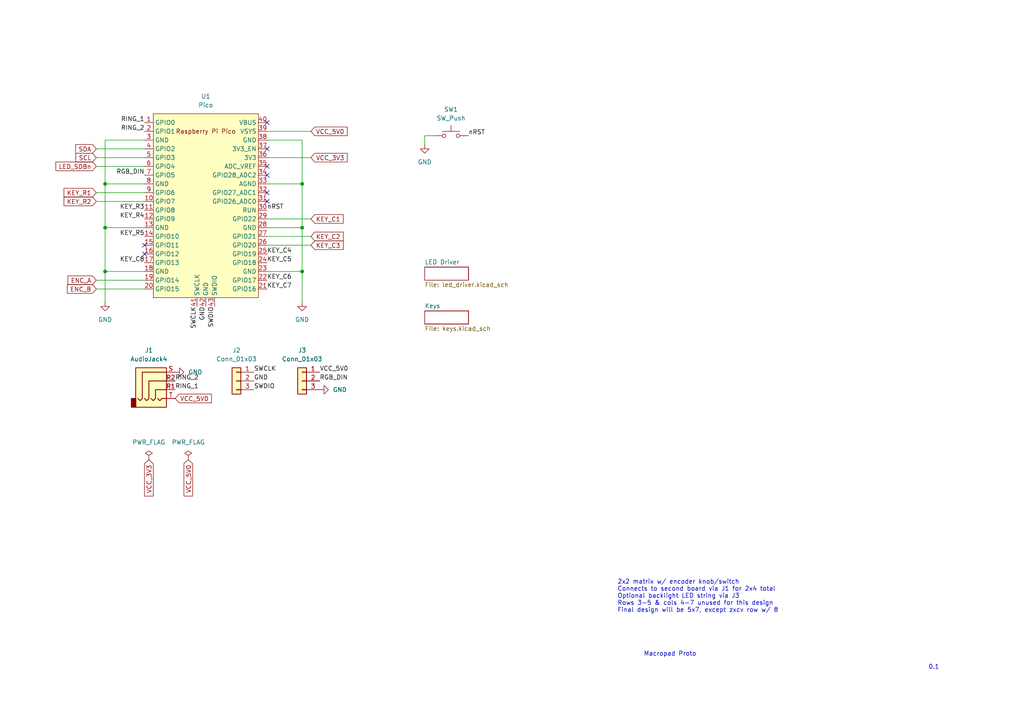
<source format=kicad_sch>
(kicad_sch (version 20211123) (generator eeschema)
  (paper "A4")
  (lib_symbols
    (symbol "Connector:AudioJack4"
      (property "Reference" "J" (at 0 8.89 0))
      (property "Value" "AudioJack4" (at 0 6.35 0))
      (symbol "AudioJack4_0_1"
        (rectangle (start -6.35 -5.08) (end -7.62 -7.62) (stroke (width 0.254)) (fill (type outline)))
        (polyline (pts (xy 0 -5.08) (xy 0.635 -5.715) (xy 1.27 -5.08) (xy 2.54 -5.08)) (stroke (width 0.254)))
        (polyline (pts (xy -5.715 -5.08) (xy -5.08 -5.715) (xy -4.445 -5.08) (xy -4.445 2.54) (xy 2.54 2.54)) (stroke (width 0.254)))
        (polyline (pts (xy -1.905 -5.08) (xy -1.27 -5.715) (xy -0.635 -5.08) (xy -0.635 -2.54) (xy 2.54 -2.54)) (stroke (width 0.254)))
        (polyline (pts (xy 2.54 0) (xy -2.54 0) (xy -2.54 -5.08) (xy -3.175 -5.715) (xy -3.81 -5.08)) (stroke (width 0.254)))
        (rectangle (start 2.54 3.81) (end -6.35 -7.62) (stroke (width 0.254)) (fill (type background)))
      )
      (symbol "AudioJack4_1_1"
        (pin passive line (at 5.08 -2.54 180) (length 2.54) (name "~") (number "R1"))
        (pin passive line (at 5.08 0 180) (length 2.54) (name "~") (number "R2"))
        (pin passive line (at 5.08 2.54 180) (length 2.54) (name "~") (number "S"))
        (pin passive line (at 5.08 -5.08 180) (length 2.54) (name "~") (number "T"))
      )
    )
    (symbol "Connector_Generic:Conn_01x03" (pin_names (offset 1.016) hide)
      (property "Reference" "J" (at 0 5.08 0))
      (property "Value" "Conn_01x03" (at 0 -5.08 0))
      (symbol "Conn_01x03_1_1"
        (rectangle (start -1.27 -2.413) (end 0 -2.667) (stroke (width 0.1524)))
        (rectangle (start -1.27 0.127) (end 0 -0.127) (stroke (width 0.1524)))
        (rectangle (start -1.27 2.667) (end 0 2.413) (stroke (width 0.1524)))
        (rectangle (start -1.27 3.81) (end 1.27 -3.81) (stroke (width 0.254)) (fill (type background)))
        (pin passive line (at -5.08 2.54 0) (length 3.81) (name "Pin_1") (number "1"))
        (pin passive line (at -5.08 0 0) (length 3.81) (name "Pin_2") (number "2"))
        (pin passive line (at -5.08 -2.54 0) (length 3.81) (name "Pin_3") (number "3"))
      )
    )
    (symbol "MCU_RaspberryPi_and_Boards:Pico"
      (property "Reference" "U" (at -13.97 27.94 0))
      (property "Value" "Pico" (at 0 19.05 0))
      (symbol "Pico_0_0"
        (text "Raspberry Pi Pico" (at 0 21.59 0) (effects (font (size 1.27 1.27))))
      )
      (symbol "Pico_0_1"
        (rectangle (start -15.24 26.67) (end 15.24 -26.67) (fill (type background)))
      )
      (symbol "Pico_1_1"
        (pin bidirectional line (at -17.78 24.13 0) (length 2.54) (name "GPIO0") (number "1"))
        (pin bidirectional line (at -17.78 1.27 0) (length 2.54) (name "GPIO7") (number "10"))
        (pin bidirectional line (at -17.78 -1.27 0) (length 2.54) (name "GPIO8") (number "11"))
        (pin bidirectional line (at -17.78 -3.81 0) (length 2.54) (name "GPIO9") (number "12"))
        (pin power_in line (at -17.78 -6.35 0) (length 2.54) (name "GND") (number "13"))
        (pin bidirectional line (at -17.78 -8.89 0) (length 2.54) (name "GPIO10") (number "14"))
        (pin bidirectional line (at -17.78 -11.43 0) (length 2.54) (name "GPIO11") (number "15"))
        (pin bidirectional line (at -17.78 -13.97 0) (length 2.54) (name "GPIO12") (number "16"))
        (pin bidirectional line (at -17.78 -16.51 0) (length 2.54) (name "GPIO13") (number "17"))
        (pin power_in line (at -17.78 -19.05 0) (length 2.54) (name "GND") (number "18"))
        (pin bidirectional line (at -17.78 -21.59 0) (length 2.54) (name "GPIO14") (number "19"))
        (pin bidirectional line (at -17.78 21.59 0) (length 2.54) (name "GPIO1") (number "2"))
        (pin bidirectional line (at -17.78 -24.13 0) (length 2.54) (name "GPIO15") (number "20"))
        (pin bidirectional line (at 17.78 -24.13 180) (length 2.54) (name "GPIO16") (number "21"))
        (pin bidirectional line (at 17.78 -21.59 180) (length 2.54) (name "GPIO17") (number "22"))
        (pin power_in line (at 17.78 -19.05 180) (length 2.54) (name "GND") (number "23"))
        (pin bidirectional line (at 17.78 -16.51 180) (length 2.54) (name "GPIO18") (number "24"))
        (pin bidirectional line (at 17.78 -13.97 180) (length 2.54) (name "GPIO19") (number "25"))
        (pin bidirectional line (at 17.78 -11.43 180) (length 2.54) (name "GPIO20") (number "26"))
        (pin bidirectional line (at 17.78 -8.89 180) (length 2.54) (name "GPIO21") (number "27"))
        (pin power_in line (at 17.78 -6.35 180) (length 2.54) (name "GND") (number "28"))
        (pin bidirectional line (at 17.78 -3.81 180) (length 2.54) (name "GPIO22") (number "29"))
        (pin power_in line (at -17.78 19.05 0) (length 2.54) (name "GND") (number "3"))
        (pin input line (at 17.78 -1.27 180) (length 2.54) (name "RUN") (number "30"))
        (pin bidirectional line (at 17.78 1.27 180) (length 2.54) (name "GPIO26_ADC0") (number "31"))
        (pin bidirectional line (at 17.78 3.81 180) (length 2.54) (name "GPIO27_ADC1") (number "32"))
        (pin power_in line (at 17.78 6.35 180) (length 2.54) (name "AGND") (number "33"))
        (pin bidirectional line (at 17.78 8.89 180) (length 2.54) (name "GPIO28_ADC2") (number "34"))
        (pin power_in line (at 17.78 11.43 180) (length 2.54) (name "ADC_VREF") (number "35"))
        (pin power_in line (at 17.78 13.97 180) (length 2.54) (name "3V3") (number "36"))
        (pin input line (at 17.78 16.51 180) (length 2.54) (name "3V3_EN") (number "37"))
        (pin bidirectional line (at 17.78 19.05 180) (length 2.54) (name "GND") (number "38"))
        (pin power_in line (at 17.78 21.59 180) (length 2.54) (name "VSYS") (number "39"))
        (pin bidirectional line (at -17.78 16.51 0) (length 2.54) (name "GPIO2") (number "4"))
        (pin power_in line (at 17.78 24.13 180) (length 2.54) (name "VBUS") (number "40"))
        (pin input line (at -2.54 -29.21 90) (length 2.54) (name "SWCLK") (number "41"))
        (pin power_in line (at 0 -29.21 90) (length 2.54) (name "GND") (number "42"))
        (pin bidirectional line (at 2.54 -29.21 90) (length 2.54) (name "SWDIO") (number "43"))
        (pin bidirectional line (at -17.78 13.97 0) (length 2.54) (name "GPIO3") (number "5"))
        (pin bidirectional line (at -17.78 11.43 0) (length 2.54) (name "GPIO4") (number "6"))
        (pin bidirectional line (at -17.78 8.89 0) (length 2.54) (name "GPIO5") (number "7"))
        (pin power_in line (at -17.78 6.35 0) (length 2.54) (name "GND") (number "8"))
        (pin bidirectional line (at -17.78 3.81 0) (length 2.54) (name "GPIO6") (number "9"))
      )
    )
    (symbol "Switch:SW_Push" (pin_numbers hide) (pin_names (offset 1.016) hide)
      (property "Reference" "SW" (at 1.27 2.54 0))
      (property "Value" "SW_Push" (at 0 -1.524 0))
      (symbol "SW_Push_0_1"
        (circle (center -2.032 0) (radius 0.508))
        (polyline (pts (xy 0 1.27) (xy 0 3.048)))
        (polyline (pts (xy 2.54 1.27) (xy -2.54 1.27)))
        (circle (center 2.032 0) (radius 0.508))
        (pin passive line (at -5.08 0 0) (length 2.54) (name "1") (number "1"))
        (pin passive line (at 5.08 0 180) (length 2.54) (name "2") (number "2"))
      )
    )
    (symbol "power:GND" (power) (pin_names (offset 0))
      (property "Value" "GND" (at 0 -3.81 0))
      (symbol "GND_0_1"
        (polyline (pts (xy 0 0) (xy 0 -1.27) (xy 1.27 -1.27) (xy 0 -2.54) (xy -1.27 -1.27) (xy 0 -1.27)))
      )
      (symbol "GND_1_1"
        (pin power_in line (at 0 0 270) (length 0) hide (name "GND") (number "1"))
      )
    )
    (symbol "power:PWR_FLAG" (power) (pin_numbers hide) (pin_names (offset 0) hide)
      (property "Value" "PWR_FLAG" (at 0 3.81 0))
      (symbol "PWR_FLAG_0_0"
        (pin power_out line (at 0 0 90) (length 0) (name "pwr") (number "1"))
      )
      (symbol "PWR_FLAG_0_1"
        (polyline (pts (xy 0 0) (xy 0 1.27) (xy -1.016 1.905) (xy 0 2.54) (xy 1.016 1.905) (xy 0 1.27)))
      )
    )
  )
  (junction (at 30.48 53.34))
  (junction (at 87.63 66.04))
  (junction (at 30.48 66.04))
  (junction (at 30.48 78.74))
  (junction (at 87.63 78.74))
  (junction (at 87.63 53.34))
  (no_connect (at 77.47 35.56))
  (no_connect (at 77.47 48.26))
  (no_connect (at 41.91 71.12))
  (no_connect (at 77.47 55.88))
  (no_connect (at 77.47 58.42))
  (no_connect (at 77.47 43.18))
  (no_connect (at 77.47 50.8))
  (no_connect (at 41.91 73.66))
  (wire (pts (xy 87.63 66.04) (xy 87.63 78.74)))
  (wire (pts (xy 123.19 39.37) (xy 123.19 41.91)))
  (wire (pts (xy 30.48 78.74) (xy 41.91 78.74)))
  (wire (pts (xy 77.47 71.12) (xy 90.17 71.12)))
  (wire (pts (xy 27.94 43.18) (xy 41.91 43.18)))
  (wire (pts (xy 125.73 39.37) (xy 123.19 39.37)))
  (wire (pts (xy 87.63 78.74) (xy 87.63 87.63)))
  (wire (pts (xy 30.48 78.74) (xy 30.48 87.63)))
  (wire (pts (xy 77.47 53.34) (xy 87.63 53.34)))
  (wire (pts (xy 77.47 40.64) (xy 87.63 40.64)))
  (wire (pts (xy 77.47 66.04) (xy 87.63 66.04)))
  (wire (pts (xy 27.94 55.88) (xy 41.91 55.88)))
  (wire (pts (xy 27.94 45.72) (xy 41.91 45.72)))
  (wire (pts (xy 41.91 53.34) (xy 30.48 53.34)))
  (wire (pts (xy 27.94 58.42) (xy 41.91 58.42)))
  (wire (pts (xy 41.91 66.04) (xy 30.48 66.04)))
  (wire (pts (xy 27.94 81.28) (xy 41.91 81.28)))
  (wire (pts (xy 77.47 78.74) (xy 87.63 78.74)))
  (wire (pts (xy 87.63 53.34) (xy 87.63 66.04)))
  (wire (pts (xy 41.91 40.64) (xy 30.48 40.64)))
  (wire (pts (xy 77.47 38.1) (xy 90.17 38.1)))
  (wire (pts (xy 30.48 66.04) (xy 30.48 78.74)))
  (wire (pts (xy 77.47 68.58) (xy 90.17 68.58)))
  (wire (pts (xy 87.63 40.64) (xy 87.63 53.34)))
  (wire (pts (xy 27.94 48.26) (xy 41.91 48.26)))
  (wire (pts (xy 77.47 45.72) (xy 90.17 45.72)))
  (wire (pts (xy 30.48 53.34) (xy 30.48 66.04)))
  (wire (pts (xy 30.48 40.64) (xy 30.48 53.34)))
  (wire (pts (xy 77.47 63.5) (xy 90.17 63.5)))
  (wire (pts (xy 27.94 83.82) (xy 41.91 83.82)))
  (text "0.1" (at 269.24 194.31 0) (effects (font (size 1.27 1.27)) (justify left bottom)))
  (text "2x2 matrix w/ encoder knob/switch\nConnects to second board via J1 for 2x4 total\nOptional backlight LED string via J3\nRows 3-5 & cols 4-7 unused for this design\nFinal design will be 5x7, except zxcv row w/ 8" (at 179.07 177.8 0) (effects (font (size 1.27 1.27)) (justify left bottom)))
  (text "Macropad Proto" (at 186.69 190.5 0) (effects (font (size 1.27 1.27)) (justify left bottom)))
  (label "KEY_C6" (at 77.47 81.28 0))
  (label "KEY_C8" (at 41.91 76.2 180))
  (label "VCC_5V0" (at 92.71 107.95 0))
  (label "nRST" (at 135.89 39.37 0))
  (label "nRST" (at 77.47 60.96 0))
  (label "KEY_R3" (at 41.91 60.96 180))
  (label "RING_1" (at 41.91 35.56 180))
  (label "RING_2" (at 41.91 38.1 180))
  (label "SWDIO" (at 73.66 113.03 0))
  (label "SWCLK" (at 57.15 88.9 270))
  (label "KEY_R4" (at 41.91 63.5 180))
  (label "KEY_R5" (at 41.91 68.58 180))
  (label "KEY_C7" (at 77.47 83.82 0))
  (label "SWDIO" (at 62.23 88.9 270))
  (label "RGB_DIN" (at 92.71 110.49 0))
  (label "RING_1" (at 50.8 113.03 0))
  (label "RGB_DIN" (at 41.91 50.8 180))
  (label "SWCLK" (at 73.66 107.95 0))
  (label "RING_2" (at 50.8 110.49 0))
  (label "KEY_C5" (at 77.47 76.2 0))
  (label "GND" (at 73.66 110.49 0))
  (label "KEY_C4" (at 77.47 73.66 0))
  (label "GND" (at 59.69 88.9 270))
  (global_label "VCC_3V3" (shape input) (at 43.18 133.35 270) (property "Intersheet References" "${INTERSHEET_REFS}" (effects hide)))
  (global_label "SCL" (shape input) (at 27.94 45.72 180) (property "Intersheet References" "${INTERSHEET_REFS}" (effects hide)))
  (global_label "KEY_C3" (shape input) (at 90.17 71.12 0) (property "Intersheet References" "${INTERSHEET_REFS}" (effects hide)))
  (global_label "ENC_A" (shape input) (at 27.94 81.28 180) (property "Intersheet References" "${INTERSHEET_REFS}" (effects hide)))
  (global_label "LED_SDBn" (shape input) (at 27.94 48.26 180) (property "Intersheet References" "${INTERSHEET_REFS}" (effects hide)))
  (global_label "VCC_5V0" (shape input) (at 54.61 133.35 270) (property "Intersheet References" "${INTERSHEET_REFS}" (effects hide)))
  (global_label "KEY_R1" (shape input) (at 27.94 55.88 180) (property "Intersheet References" "${INTERSHEET_REFS}" (effects hide)))
  (global_label "KEY_C1" (shape input) (at 90.17 63.5 0) (property "Intersheet References" "${INTERSHEET_REFS}" (effects hide)))
  (global_label "ENC_B" (shape input) (at 27.94 83.82 180) (property "Intersheet References" "${INTERSHEET_REFS}" (effects hide)))
  (global_label "VCC_5V0" (shape input) (at 50.8 115.57 0) (property "Intersheet References" "${INTERSHEET_REFS}" (effects hide)))
  (global_label "VCC_3V3" (shape input) (at 90.17 45.72 0) (property "Intersheet References" "${INTERSHEET_REFS}" (effects hide)))
  (global_label "VCC_5V0" (shape input) (at 90.17 38.1 0) (property "Intersheet References" "${INTERSHEET_REFS}" (effects hide)))
  (global_label "SDA" (shape input) (at 27.94 43.18 180) (property "Intersheet References" "${INTERSHEET_REFS}" (effects hide)))
  (global_label "KEY_C2" (shape input) (at 90.17 68.58 0) (property "Intersheet References" "${INTERSHEET_REFS}" (effects hide)))
  (global_label "KEY_R2" (shape input) (at 27.94 58.42 180) (property "Intersheet References" "${INTERSHEET_REFS}" (effects hide)))
  (symbol (lib_id "power:GND") (at 87.63 87.63 0) (unit 1)
    (property "Reference" "#PWR03" (effects hide))
    (property "Value" "GND" (at 87.63 92.71 0))
  )
  (symbol (lib_id "power:PWR_FLAG") (at 54.61 133.35 0) (unit 1)
    (property "Reference" "#FLG02" (effects hide))
    (property "Value" "PWR_FLAG" (at 54.61 128.27 0))
  )
  (symbol (lib_id "MCU_RaspberryPi_and_Boards:Pico") (at 59.69 59.69 0) (unit 1)
    (property "Reference" "U1" (at 59.69 27.94 0))
    (property "Value" "Pico" (at 59.69 30.48 0))
    (property "Footprint" "RPi_Pico:RPi_Pico_SMD_TH" (effects hide))
  )
  (symbol (lib_id "Connector_Generic:Conn_01x03") (at 68.58 110.49 0) (mirror y) (unit 1)
    (property "Reference" "J2" (at 68.58 101.6 0))
    (property "Value" "Conn_01x03" (at 68.58 104.14 0))
  )
  (symbol (lib_id "Connector:AudioJack4") (at 45.72 110.49 0) (unit 1)
    (property "Reference" "J1" (at 43.18 101.6 0))
    (property "Value" "AudioJack4" (at 43.18 104.14 0))
  )
  (symbol (lib_id "power:GND") (at 123.19 41.91 0) (unit 1)
    (property "Reference" "#PWR05" (effects hide))
    (property "Value" "GND" (at 123.19 46.99 0))
  )
  (symbol (lib_id "Connector_Generic:Conn_01x03") (at 87.63 110.49 0) (mirror y) (unit 1)
    (property "Reference" "J3" (at 87.63 101.6 0))
    (property "Value" "Conn_01x03" (at 87.63 104.14 0))
  )
  (symbol (lib_id "power:GND") (at 92.71 113.03 90) (unit 1)
    (property "Reference" "#PWR04" (effects hide))
    (property "Value" "GND" (at 96.52 113.0299 90) (effects (justify right)))
  )
  (symbol (lib_id "power:PWR_FLAG") (at 43.18 133.35 0) (unit 1)
    (property "Reference" "#FLG01" (effects hide))
    (property "Value" "PWR_FLAG" (at 43.18 128.27 0))
  )
  (symbol (lib_id "power:GND") (at 30.48 87.63 0) (unit 1)
    (property "Reference" "#PWR01" (effects hide))
    (property "Value" "GND" (at 30.48 92.71 0))
  )
  (symbol (lib_id "power:GND") (at 50.8 107.95 90) (unit 1)
    (property "Reference" "#PWR02" (effects hide))
    (property "Value" "GND" (at 54.61 107.9499 90) (effects (justify right)))
  )
  (symbol (lib_id "Switch:SW_Push") (at 130.81 39.37 0) (unit 1)
    (property "Reference" "SW1" (at 130.81 31.75 0))
    (property "Value" "SW_Push" (at 130.81 34.29 0))
  )
  (sheet (at 123.19 90.17) (size 12.7 3.81) (stroke (width 0.1524))
    (property "Sheet name" "Keys" (at 123.19 89.4584 0) (effects (justify left bottom)))
    (property "Sheet file" "keys.kicad_sch" (at 123.19 94.5646 0) (effects (justify left top)))
  )
  (sheet (at 123.19 77.47) (size 12.7 3.81) (stroke (width 0.1524))
    (property "Sheet name" "LED Driver" (at 123.19 76.7584 0) (effects (justify left bottom)))
    (property "Sheet file" "led_driver.kicad_sch" (at 123.19 81.8646 0) (effects (justify left top)))
  )
)
</source>
